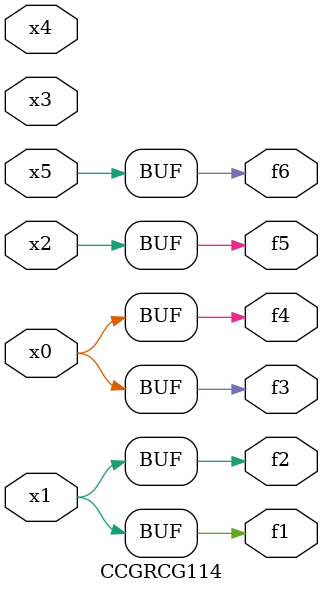
<source format=v>
module CCGRCG114(
	input x0, x1, x2, x3, x4, x5,
	output f1, f2, f3, f4, f5, f6
);
	assign f1 = x1;
	assign f2 = x1;
	assign f3 = x0;
	assign f4 = x0;
	assign f5 = x2;
	assign f6 = x5;
endmodule

</source>
